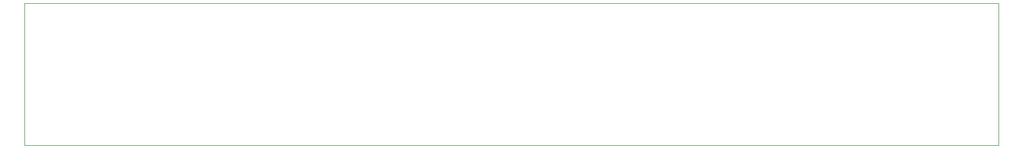
<source format=gbr>
G75*
%MOIN*%
%OFA0B0*%
%FSLAX24Y24*%
%IPPOS*%
%LPD*%
%AMOC8*
5,1,8,0,0,1.08239X$1,22.5*
%
%ADD10C,0.0000*%
D10*
X003851Y002794D02*
X003851Y011539D01*
X063593Y011539D01*
X063593Y002794D01*
X003851Y002794D01*
X003851Y005094D02*
X003851Y009494D01*
X016901Y011544D02*
X021301Y011544D01*
X041901Y011544D02*
X046301Y011544D01*
M02*

</source>
